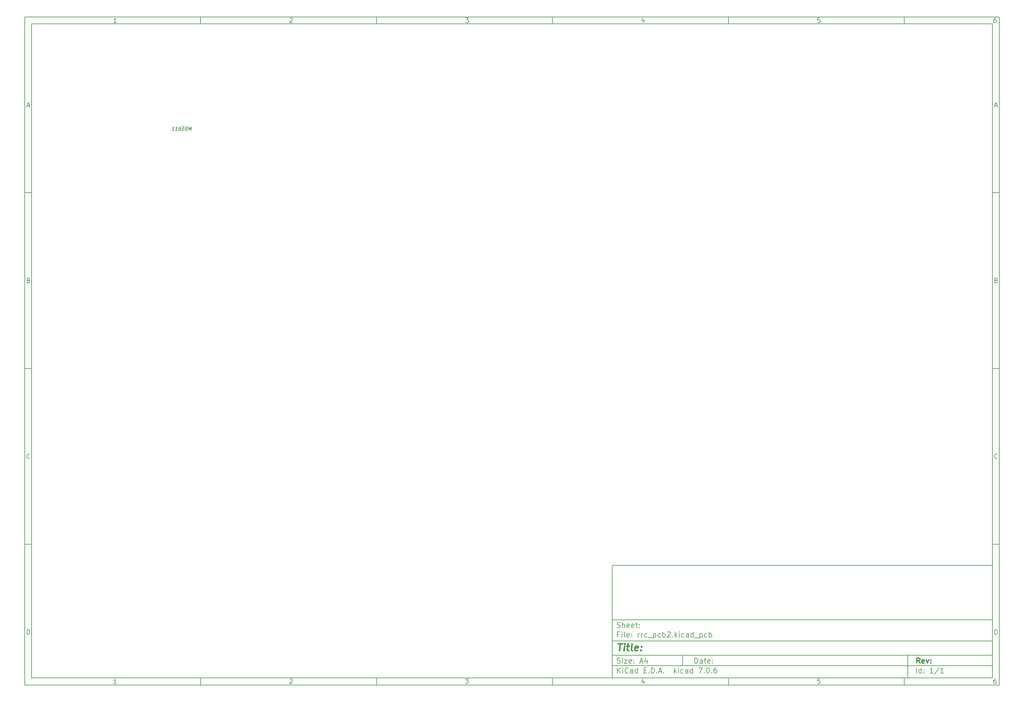
<source format=gbr>
%TF.GenerationSoftware,KiCad,Pcbnew,7.0.6*%
%TF.CreationDate,2023-08-10T16:49:52-04:00*%
%TF.ProjectId,rrc_pcb2,7272635f-7063-4623-922e-6b696361645f,rev?*%
%TF.SameCoordinates,Original*%
%TF.FileFunction,AssemblyDrawing,Bot*%
%FSLAX46Y46*%
G04 Gerber Fmt 4.6, Leading zero omitted, Abs format (unit mm)*
G04 Created by KiCad (PCBNEW 7.0.6) date 2023-08-10 16:49:52*
%MOMM*%
%LPD*%
G01*
G04 APERTURE LIST*
%ADD10C,0.100000*%
%ADD11C,0.150000*%
%ADD12C,0.300000*%
%ADD13C,0.400000*%
G04 APERTURE END LIST*
D10*
D11*
X177002200Y-166007200D02*
X285002200Y-166007200D01*
X285002200Y-198007200D01*
X177002200Y-198007200D01*
X177002200Y-166007200D01*
D10*
D11*
X10000000Y-10000000D02*
X287002200Y-10000000D01*
X287002200Y-200007200D01*
X10000000Y-200007200D01*
X10000000Y-10000000D01*
D10*
D11*
X12000000Y-12000000D02*
X285002200Y-12000000D01*
X285002200Y-198007200D01*
X12000000Y-198007200D01*
X12000000Y-12000000D01*
D10*
D11*
X60000000Y-12000000D02*
X60000000Y-10000000D01*
D10*
D11*
X110000000Y-12000000D02*
X110000000Y-10000000D01*
D10*
D11*
X160000000Y-12000000D02*
X160000000Y-10000000D01*
D10*
D11*
X210000000Y-12000000D02*
X210000000Y-10000000D01*
D10*
D11*
X260000000Y-12000000D02*
X260000000Y-10000000D01*
D10*
D11*
X36089160Y-11593604D02*
X35346303Y-11593604D01*
X35717731Y-11593604D02*
X35717731Y-10293604D01*
X35717731Y-10293604D02*
X35593922Y-10479319D01*
X35593922Y-10479319D02*
X35470112Y-10603128D01*
X35470112Y-10603128D02*
X35346303Y-10665033D01*
D10*
D11*
X85346303Y-10417414D02*
X85408207Y-10355509D01*
X85408207Y-10355509D02*
X85532017Y-10293604D01*
X85532017Y-10293604D02*
X85841541Y-10293604D01*
X85841541Y-10293604D02*
X85965350Y-10355509D01*
X85965350Y-10355509D02*
X86027255Y-10417414D01*
X86027255Y-10417414D02*
X86089160Y-10541223D01*
X86089160Y-10541223D02*
X86089160Y-10665033D01*
X86089160Y-10665033D02*
X86027255Y-10850747D01*
X86027255Y-10850747D02*
X85284398Y-11593604D01*
X85284398Y-11593604D02*
X86089160Y-11593604D01*
D10*
D11*
X135284398Y-10293604D02*
X136089160Y-10293604D01*
X136089160Y-10293604D02*
X135655826Y-10788842D01*
X135655826Y-10788842D02*
X135841541Y-10788842D01*
X135841541Y-10788842D02*
X135965350Y-10850747D01*
X135965350Y-10850747D02*
X136027255Y-10912652D01*
X136027255Y-10912652D02*
X136089160Y-11036461D01*
X136089160Y-11036461D02*
X136089160Y-11345985D01*
X136089160Y-11345985D02*
X136027255Y-11469795D01*
X136027255Y-11469795D02*
X135965350Y-11531700D01*
X135965350Y-11531700D02*
X135841541Y-11593604D01*
X135841541Y-11593604D02*
X135470112Y-11593604D01*
X135470112Y-11593604D02*
X135346303Y-11531700D01*
X135346303Y-11531700D02*
X135284398Y-11469795D01*
D10*
D11*
X185965350Y-10726938D02*
X185965350Y-11593604D01*
X185655826Y-10231700D02*
X185346303Y-11160271D01*
X185346303Y-11160271D02*
X186151064Y-11160271D01*
D10*
D11*
X236027255Y-10293604D02*
X235408207Y-10293604D01*
X235408207Y-10293604D02*
X235346303Y-10912652D01*
X235346303Y-10912652D02*
X235408207Y-10850747D01*
X235408207Y-10850747D02*
X235532017Y-10788842D01*
X235532017Y-10788842D02*
X235841541Y-10788842D01*
X235841541Y-10788842D02*
X235965350Y-10850747D01*
X235965350Y-10850747D02*
X236027255Y-10912652D01*
X236027255Y-10912652D02*
X236089160Y-11036461D01*
X236089160Y-11036461D02*
X236089160Y-11345985D01*
X236089160Y-11345985D02*
X236027255Y-11469795D01*
X236027255Y-11469795D02*
X235965350Y-11531700D01*
X235965350Y-11531700D02*
X235841541Y-11593604D01*
X235841541Y-11593604D02*
X235532017Y-11593604D01*
X235532017Y-11593604D02*
X235408207Y-11531700D01*
X235408207Y-11531700D02*
X235346303Y-11469795D01*
D10*
D11*
X285965350Y-10293604D02*
X285717731Y-10293604D01*
X285717731Y-10293604D02*
X285593922Y-10355509D01*
X285593922Y-10355509D02*
X285532017Y-10417414D01*
X285532017Y-10417414D02*
X285408207Y-10603128D01*
X285408207Y-10603128D02*
X285346303Y-10850747D01*
X285346303Y-10850747D02*
X285346303Y-11345985D01*
X285346303Y-11345985D02*
X285408207Y-11469795D01*
X285408207Y-11469795D02*
X285470112Y-11531700D01*
X285470112Y-11531700D02*
X285593922Y-11593604D01*
X285593922Y-11593604D02*
X285841541Y-11593604D01*
X285841541Y-11593604D02*
X285965350Y-11531700D01*
X285965350Y-11531700D02*
X286027255Y-11469795D01*
X286027255Y-11469795D02*
X286089160Y-11345985D01*
X286089160Y-11345985D02*
X286089160Y-11036461D01*
X286089160Y-11036461D02*
X286027255Y-10912652D01*
X286027255Y-10912652D02*
X285965350Y-10850747D01*
X285965350Y-10850747D02*
X285841541Y-10788842D01*
X285841541Y-10788842D02*
X285593922Y-10788842D01*
X285593922Y-10788842D02*
X285470112Y-10850747D01*
X285470112Y-10850747D02*
X285408207Y-10912652D01*
X285408207Y-10912652D02*
X285346303Y-11036461D01*
D10*
D11*
X60000000Y-198007200D02*
X60000000Y-200007200D01*
D10*
D11*
X110000000Y-198007200D02*
X110000000Y-200007200D01*
D10*
D11*
X160000000Y-198007200D02*
X160000000Y-200007200D01*
D10*
D11*
X210000000Y-198007200D02*
X210000000Y-200007200D01*
D10*
D11*
X260000000Y-198007200D02*
X260000000Y-200007200D01*
D10*
D11*
X36089160Y-199600804D02*
X35346303Y-199600804D01*
X35717731Y-199600804D02*
X35717731Y-198300804D01*
X35717731Y-198300804D02*
X35593922Y-198486519D01*
X35593922Y-198486519D02*
X35470112Y-198610328D01*
X35470112Y-198610328D02*
X35346303Y-198672233D01*
D10*
D11*
X85346303Y-198424614D02*
X85408207Y-198362709D01*
X85408207Y-198362709D02*
X85532017Y-198300804D01*
X85532017Y-198300804D02*
X85841541Y-198300804D01*
X85841541Y-198300804D02*
X85965350Y-198362709D01*
X85965350Y-198362709D02*
X86027255Y-198424614D01*
X86027255Y-198424614D02*
X86089160Y-198548423D01*
X86089160Y-198548423D02*
X86089160Y-198672233D01*
X86089160Y-198672233D02*
X86027255Y-198857947D01*
X86027255Y-198857947D02*
X85284398Y-199600804D01*
X85284398Y-199600804D02*
X86089160Y-199600804D01*
D10*
D11*
X135284398Y-198300804D02*
X136089160Y-198300804D01*
X136089160Y-198300804D02*
X135655826Y-198796042D01*
X135655826Y-198796042D02*
X135841541Y-198796042D01*
X135841541Y-198796042D02*
X135965350Y-198857947D01*
X135965350Y-198857947D02*
X136027255Y-198919852D01*
X136027255Y-198919852D02*
X136089160Y-199043661D01*
X136089160Y-199043661D02*
X136089160Y-199353185D01*
X136089160Y-199353185D02*
X136027255Y-199476995D01*
X136027255Y-199476995D02*
X135965350Y-199538900D01*
X135965350Y-199538900D02*
X135841541Y-199600804D01*
X135841541Y-199600804D02*
X135470112Y-199600804D01*
X135470112Y-199600804D02*
X135346303Y-199538900D01*
X135346303Y-199538900D02*
X135284398Y-199476995D01*
D10*
D11*
X185965350Y-198734138D02*
X185965350Y-199600804D01*
X185655826Y-198238900D02*
X185346303Y-199167471D01*
X185346303Y-199167471D02*
X186151064Y-199167471D01*
D10*
D11*
X236027255Y-198300804D02*
X235408207Y-198300804D01*
X235408207Y-198300804D02*
X235346303Y-198919852D01*
X235346303Y-198919852D02*
X235408207Y-198857947D01*
X235408207Y-198857947D02*
X235532017Y-198796042D01*
X235532017Y-198796042D02*
X235841541Y-198796042D01*
X235841541Y-198796042D02*
X235965350Y-198857947D01*
X235965350Y-198857947D02*
X236027255Y-198919852D01*
X236027255Y-198919852D02*
X236089160Y-199043661D01*
X236089160Y-199043661D02*
X236089160Y-199353185D01*
X236089160Y-199353185D02*
X236027255Y-199476995D01*
X236027255Y-199476995D02*
X235965350Y-199538900D01*
X235965350Y-199538900D02*
X235841541Y-199600804D01*
X235841541Y-199600804D02*
X235532017Y-199600804D01*
X235532017Y-199600804D02*
X235408207Y-199538900D01*
X235408207Y-199538900D02*
X235346303Y-199476995D01*
D10*
D11*
X285965350Y-198300804D02*
X285717731Y-198300804D01*
X285717731Y-198300804D02*
X285593922Y-198362709D01*
X285593922Y-198362709D02*
X285532017Y-198424614D01*
X285532017Y-198424614D02*
X285408207Y-198610328D01*
X285408207Y-198610328D02*
X285346303Y-198857947D01*
X285346303Y-198857947D02*
X285346303Y-199353185D01*
X285346303Y-199353185D02*
X285408207Y-199476995D01*
X285408207Y-199476995D02*
X285470112Y-199538900D01*
X285470112Y-199538900D02*
X285593922Y-199600804D01*
X285593922Y-199600804D02*
X285841541Y-199600804D01*
X285841541Y-199600804D02*
X285965350Y-199538900D01*
X285965350Y-199538900D02*
X286027255Y-199476995D01*
X286027255Y-199476995D02*
X286089160Y-199353185D01*
X286089160Y-199353185D02*
X286089160Y-199043661D01*
X286089160Y-199043661D02*
X286027255Y-198919852D01*
X286027255Y-198919852D02*
X285965350Y-198857947D01*
X285965350Y-198857947D02*
X285841541Y-198796042D01*
X285841541Y-198796042D02*
X285593922Y-198796042D01*
X285593922Y-198796042D02*
X285470112Y-198857947D01*
X285470112Y-198857947D02*
X285408207Y-198919852D01*
X285408207Y-198919852D02*
X285346303Y-199043661D01*
D10*
D11*
X10000000Y-60000000D02*
X12000000Y-60000000D01*
D10*
D11*
X10000000Y-110000000D02*
X12000000Y-110000000D01*
D10*
D11*
X10000000Y-160000000D02*
X12000000Y-160000000D01*
D10*
D11*
X10690476Y-35222176D02*
X11309523Y-35222176D01*
X10566666Y-35593604D02*
X10999999Y-34293604D01*
X10999999Y-34293604D02*
X11433333Y-35593604D01*
D10*
D11*
X11092857Y-84912652D02*
X11278571Y-84974557D01*
X11278571Y-84974557D02*
X11340476Y-85036461D01*
X11340476Y-85036461D02*
X11402380Y-85160271D01*
X11402380Y-85160271D02*
X11402380Y-85345985D01*
X11402380Y-85345985D02*
X11340476Y-85469795D01*
X11340476Y-85469795D02*
X11278571Y-85531700D01*
X11278571Y-85531700D02*
X11154761Y-85593604D01*
X11154761Y-85593604D02*
X10659523Y-85593604D01*
X10659523Y-85593604D02*
X10659523Y-84293604D01*
X10659523Y-84293604D02*
X11092857Y-84293604D01*
X11092857Y-84293604D02*
X11216666Y-84355509D01*
X11216666Y-84355509D02*
X11278571Y-84417414D01*
X11278571Y-84417414D02*
X11340476Y-84541223D01*
X11340476Y-84541223D02*
X11340476Y-84665033D01*
X11340476Y-84665033D02*
X11278571Y-84788842D01*
X11278571Y-84788842D02*
X11216666Y-84850747D01*
X11216666Y-84850747D02*
X11092857Y-84912652D01*
X11092857Y-84912652D02*
X10659523Y-84912652D01*
D10*
D11*
X11402380Y-135469795D02*
X11340476Y-135531700D01*
X11340476Y-135531700D02*
X11154761Y-135593604D01*
X11154761Y-135593604D02*
X11030952Y-135593604D01*
X11030952Y-135593604D02*
X10845238Y-135531700D01*
X10845238Y-135531700D02*
X10721428Y-135407890D01*
X10721428Y-135407890D02*
X10659523Y-135284080D01*
X10659523Y-135284080D02*
X10597619Y-135036461D01*
X10597619Y-135036461D02*
X10597619Y-134850747D01*
X10597619Y-134850747D02*
X10659523Y-134603128D01*
X10659523Y-134603128D02*
X10721428Y-134479319D01*
X10721428Y-134479319D02*
X10845238Y-134355509D01*
X10845238Y-134355509D02*
X11030952Y-134293604D01*
X11030952Y-134293604D02*
X11154761Y-134293604D01*
X11154761Y-134293604D02*
X11340476Y-134355509D01*
X11340476Y-134355509D02*
X11402380Y-134417414D01*
D10*
D11*
X10659523Y-185593604D02*
X10659523Y-184293604D01*
X10659523Y-184293604D02*
X10969047Y-184293604D01*
X10969047Y-184293604D02*
X11154761Y-184355509D01*
X11154761Y-184355509D02*
X11278571Y-184479319D01*
X11278571Y-184479319D02*
X11340476Y-184603128D01*
X11340476Y-184603128D02*
X11402380Y-184850747D01*
X11402380Y-184850747D02*
X11402380Y-185036461D01*
X11402380Y-185036461D02*
X11340476Y-185284080D01*
X11340476Y-185284080D02*
X11278571Y-185407890D01*
X11278571Y-185407890D02*
X11154761Y-185531700D01*
X11154761Y-185531700D02*
X10969047Y-185593604D01*
X10969047Y-185593604D02*
X10659523Y-185593604D01*
D10*
D11*
X287002200Y-60000000D02*
X285002200Y-60000000D01*
D10*
D11*
X287002200Y-110000000D02*
X285002200Y-110000000D01*
D10*
D11*
X287002200Y-160000000D02*
X285002200Y-160000000D01*
D10*
D11*
X285692676Y-35222176D02*
X286311723Y-35222176D01*
X285568866Y-35593604D02*
X286002199Y-34293604D01*
X286002199Y-34293604D02*
X286435533Y-35593604D01*
D10*
D11*
X286095057Y-84912652D02*
X286280771Y-84974557D01*
X286280771Y-84974557D02*
X286342676Y-85036461D01*
X286342676Y-85036461D02*
X286404580Y-85160271D01*
X286404580Y-85160271D02*
X286404580Y-85345985D01*
X286404580Y-85345985D02*
X286342676Y-85469795D01*
X286342676Y-85469795D02*
X286280771Y-85531700D01*
X286280771Y-85531700D02*
X286156961Y-85593604D01*
X286156961Y-85593604D02*
X285661723Y-85593604D01*
X285661723Y-85593604D02*
X285661723Y-84293604D01*
X285661723Y-84293604D02*
X286095057Y-84293604D01*
X286095057Y-84293604D02*
X286218866Y-84355509D01*
X286218866Y-84355509D02*
X286280771Y-84417414D01*
X286280771Y-84417414D02*
X286342676Y-84541223D01*
X286342676Y-84541223D02*
X286342676Y-84665033D01*
X286342676Y-84665033D02*
X286280771Y-84788842D01*
X286280771Y-84788842D02*
X286218866Y-84850747D01*
X286218866Y-84850747D02*
X286095057Y-84912652D01*
X286095057Y-84912652D02*
X285661723Y-84912652D01*
D10*
D11*
X286404580Y-135469795D02*
X286342676Y-135531700D01*
X286342676Y-135531700D02*
X286156961Y-135593604D01*
X286156961Y-135593604D02*
X286033152Y-135593604D01*
X286033152Y-135593604D02*
X285847438Y-135531700D01*
X285847438Y-135531700D02*
X285723628Y-135407890D01*
X285723628Y-135407890D02*
X285661723Y-135284080D01*
X285661723Y-135284080D02*
X285599819Y-135036461D01*
X285599819Y-135036461D02*
X285599819Y-134850747D01*
X285599819Y-134850747D02*
X285661723Y-134603128D01*
X285661723Y-134603128D02*
X285723628Y-134479319D01*
X285723628Y-134479319D02*
X285847438Y-134355509D01*
X285847438Y-134355509D02*
X286033152Y-134293604D01*
X286033152Y-134293604D02*
X286156961Y-134293604D01*
X286156961Y-134293604D02*
X286342676Y-134355509D01*
X286342676Y-134355509D02*
X286404580Y-134417414D01*
D10*
D11*
X285661723Y-185593604D02*
X285661723Y-184293604D01*
X285661723Y-184293604D02*
X285971247Y-184293604D01*
X285971247Y-184293604D02*
X286156961Y-184355509D01*
X286156961Y-184355509D02*
X286280771Y-184479319D01*
X286280771Y-184479319D02*
X286342676Y-184603128D01*
X286342676Y-184603128D02*
X286404580Y-184850747D01*
X286404580Y-184850747D02*
X286404580Y-185036461D01*
X286404580Y-185036461D02*
X286342676Y-185284080D01*
X286342676Y-185284080D02*
X286280771Y-185407890D01*
X286280771Y-185407890D02*
X286156961Y-185531700D01*
X286156961Y-185531700D02*
X285971247Y-185593604D01*
X285971247Y-185593604D02*
X285661723Y-185593604D01*
D10*
D11*
X200458026Y-193793328D02*
X200458026Y-192293328D01*
X200458026Y-192293328D02*
X200815169Y-192293328D01*
X200815169Y-192293328D02*
X201029455Y-192364757D01*
X201029455Y-192364757D02*
X201172312Y-192507614D01*
X201172312Y-192507614D02*
X201243741Y-192650471D01*
X201243741Y-192650471D02*
X201315169Y-192936185D01*
X201315169Y-192936185D02*
X201315169Y-193150471D01*
X201315169Y-193150471D02*
X201243741Y-193436185D01*
X201243741Y-193436185D02*
X201172312Y-193579042D01*
X201172312Y-193579042D02*
X201029455Y-193721900D01*
X201029455Y-193721900D02*
X200815169Y-193793328D01*
X200815169Y-193793328D02*
X200458026Y-193793328D01*
X202600884Y-193793328D02*
X202600884Y-193007614D01*
X202600884Y-193007614D02*
X202529455Y-192864757D01*
X202529455Y-192864757D02*
X202386598Y-192793328D01*
X202386598Y-192793328D02*
X202100884Y-192793328D01*
X202100884Y-192793328D02*
X201958026Y-192864757D01*
X202600884Y-193721900D02*
X202458026Y-193793328D01*
X202458026Y-193793328D02*
X202100884Y-193793328D01*
X202100884Y-193793328D02*
X201958026Y-193721900D01*
X201958026Y-193721900D02*
X201886598Y-193579042D01*
X201886598Y-193579042D02*
X201886598Y-193436185D01*
X201886598Y-193436185D02*
X201958026Y-193293328D01*
X201958026Y-193293328D02*
X202100884Y-193221900D01*
X202100884Y-193221900D02*
X202458026Y-193221900D01*
X202458026Y-193221900D02*
X202600884Y-193150471D01*
X203100884Y-192793328D02*
X203672312Y-192793328D01*
X203315169Y-192293328D02*
X203315169Y-193579042D01*
X203315169Y-193579042D02*
X203386598Y-193721900D01*
X203386598Y-193721900D02*
X203529455Y-193793328D01*
X203529455Y-193793328D02*
X203672312Y-193793328D01*
X204743741Y-193721900D02*
X204600884Y-193793328D01*
X204600884Y-193793328D02*
X204315170Y-193793328D01*
X204315170Y-193793328D02*
X204172312Y-193721900D01*
X204172312Y-193721900D02*
X204100884Y-193579042D01*
X204100884Y-193579042D02*
X204100884Y-193007614D01*
X204100884Y-193007614D02*
X204172312Y-192864757D01*
X204172312Y-192864757D02*
X204315170Y-192793328D01*
X204315170Y-192793328D02*
X204600884Y-192793328D01*
X204600884Y-192793328D02*
X204743741Y-192864757D01*
X204743741Y-192864757D02*
X204815170Y-193007614D01*
X204815170Y-193007614D02*
X204815170Y-193150471D01*
X204815170Y-193150471D02*
X204100884Y-193293328D01*
X205458026Y-193650471D02*
X205529455Y-193721900D01*
X205529455Y-193721900D02*
X205458026Y-193793328D01*
X205458026Y-193793328D02*
X205386598Y-193721900D01*
X205386598Y-193721900D02*
X205458026Y-193650471D01*
X205458026Y-193650471D02*
X205458026Y-193793328D01*
X205458026Y-192864757D02*
X205529455Y-192936185D01*
X205529455Y-192936185D02*
X205458026Y-193007614D01*
X205458026Y-193007614D02*
X205386598Y-192936185D01*
X205386598Y-192936185D02*
X205458026Y-192864757D01*
X205458026Y-192864757D02*
X205458026Y-193007614D01*
D10*
D11*
X177002200Y-194507200D02*
X285002200Y-194507200D01*
D10*
D11*
X178458026Y-196593328D02*
X178458026Y-195093328D01*
X179315169Y-196593328D02*
X178672312Y-195736185D01*
X179315169Y-195093328D02*
X178458026Y-195950471D01*
X179958026Y-196593328D02*
X179958026Y-195593328D01*
X179958026Y-195093328D02*
X179886598Y-195164757D01*
X179886598Y-195164757D02*
X179958026Y-195236185D01*
X179958026Y-195236185D02*
X180029455Y-195164757D01*
X180029455Y-195164757D02*
X179958026Y-195093328D01*
X179958026Y-195093328D02*
X179958026Y-195236185D01*
X181529455Y-196450471D02*
X181458027Y-196521900D01*
X181458027Y-196521900D02*
X181243741Y-196593328D01*
X181243741Y-196593328D02*
X181100884Y-196593328D01*
X181100884Y-196593328D02*
X180886598Y-196521900D01*
X180886598Y-196521900D02*
X180743741Y-196379042D01*
X180743741Y-196379042D02*
X180672312Y-196236185D01*
X180672312Y-196236185D02*
X180600884Y-195950471D01*
X180600884Y-195950471D02*
X180600884Y-195736185D01*
X180600884Y-195736185D02*
X180672312Y-195450471D01*
X180672312Y-195450471D02*
X180743741Y-195307614D01*
X180743741Y-195307614D02*
X180886598Y-195164757D01*
X180886598Y-195164757D02*
X181100884Y-195093328D01*
X181100884Y-195093328D02*
X181243741Y-195093328D01*
X181243741Y-195093328D02*
X181458027Y-195164757D01*
X181458027Y-195164757D02*
X181529455Y-195236185D01*
X182815170Y-196593328D02*
X182815170Y-195807614D01*
X182815170Y-195807614D02*
X182743741Y-195664757D01*
X182743741Y-195664757D02*
X182600884Y-195593328D01*
X182600884Y-195593328D02*
X182315170Y-195593328D01*
X182315170Y-195593328D02*
X182172312Y-195664757D01*
X182815170Y-196521900D02*
X182672312Y-196593328D01*
X182672312Y-196593328D02*
X182315170Y-196593328D01*
X182315170Y-196593328D02*
X182172312Y-196521900D01*
X182172312Y-196521900D02*
X182100884Y-196379042D01*
X182100884Y-196379042D02*
X182100884Y-196236185D01*
X182100884Y-196236185D02*
X182172312Y-196093328D01*
X182172312Y-196093328D02*
X182315170Y-196021900D01*
X182315170Y-196021900D02*
X182672312Y-196021900D01*
X182672312Y-196021900D02*
X182815170Y-195950471D01*
X184172313Y-196593328D02*
X184172313Y-195093328D01*
X184172313Y-196521900D02*
X184029455Y-196593328D01*
X184029455Y-196593328D02*
X183743741Y-196593328D01*
X183743741Y-196593328D02*
X183600884Y-196521900D01*
X183600884Y-196521900D02*
X183529455Y-196450471D01*
X183529455Y-196450471D02*
X183458027Y-196307614D01*
X183458027Y-196307614D02*
X183458027Y-195879042D01*
X183458027Y-195879042D02*
X183529455Y-195736185D01*
X183529455Y-195736185D02*
X183600884Y-195664757D01*
X183600884Y-195664757D02*
X183743741Y-195593328D01*
X183743741Y-195593328D02*
X184029455Y-195593328D01*
X184029455Y-195593328D02*
X184172313Y-195664757D01*
X186029455Y-195807614D02*
X186529455Y-195807614D01*
X186743741Y-196593328D02*
X186029455Y-196593328D01*
X186029455Y-196593328D02*
X186029455Y-195093328D01*
X186029455Y-195093328D02*
X186743741Y-195093328D01*
X187386598Y-196450471D02*
X187458027Y-196521900D01*
X187458027Y-196521900D02*
X187386598Y-196593328D01*
X187386598Y-196593328D02*
X187315170Y-196521900D01*
X187315170Y-196521900D02*
X187386598Y-196450471D01*
X187386598Y-196450471D02*
X187386598Y-196593328D01*
X188100884Y-196593328D02*
X188100884Y-195093328D01*
X188100884Y-195093328D02*
X188458027Y-195093328D01*
X188458027Y-195093328D02*
X188672313Y-195164757D01*
X188672313Y-195164757D02*
X188815170Y-195307614D01*
X188815170Y-195307614D02*
X188886599Y-195450471D01*
X188886599Y-195450471D02*
X188958027Y-195736185D01*
X188958027Y-195736185D02*
X188958027Y-195950471D01*
X188958027Y-195950471D02*
X188886599Y-196236185D01*
X188886599Y-196236185D02*
X188815170Y-196379042D01*
X188815170Y-196379042D02*
X188672313Y-196521900D01*
X188672313Y-196521900D02*
X188458027Y-196593328D01*
X188458027Y-196593328D02*
X188100884Y-196593328D01*
X189600884Y-196450471D02*
X189672313Y-196521900D01*
X189672313Y-196521900D02*
X189600884Y-196593328D01*
X189600884Y-196593328D02*
X189529456Y-196521900D01*
X189529456Y-196521900D02*
X189600884Y-196450471D01*
X189600884Y-196450471D02*
X189600884Y-196593328D01*
X190243742Y-196164757D02*
X190958028Y-196164757D01*
X190100885Y-196593328D02*
X190600885Y-195093328D01*
X190600885Y-195093328D02*
X191100885Y-196593328D01*
X191600884Y-196450471D02*
X191672313Y-196521900D01*
X191672313Y-196521900D02*
X191600884Y-196593328D01*
X191600884Y-196593328D02*
X191529456Y-196521900D01*
X191529456Y-196521900D02*
X191600884Y-196450471D01*
X191600884Y-196450471D02*
X191600884Y-196593328D01*
X194600884Y-196593328D02*
X194600884Y-195093328D01*
X194743742Y-196021900D02*
X195172313Y-196593328D01*
X195172313Y-195593328D02*
X194600884Y-196164757D01*
X195815170Y-196593328D02*
X195815170Y-195593328D01*
X195815170Y-195093328D02*
X195743742Y-195164757D01*
X195743742Y-195164757D02*
X195815170Y-195236185D01*
X195815170Y-195236185D02*
X195886599Y-195164757D01*
X195886599Y-195164757D02*
X195815170Y-195093328D01*
X195815170Y-195093328D02*
X195815170Y-195236185D01*
X197172314Y-196521900D02*
X197029456Y-196593328D01*
X197029456Y-196593328D02*
X196743742Y-196593328D01*
X196743742Y-196593328D02*
X196600885Y-196521900D01*
X196600885Y-196521900D02*
X196529456Y-196450471D01*
X196529456Y-196450471D02*
X196458028Y-196307614D01*
X196458028Y-196307614D02*
X196458028Y-195879042D01*
X196458028Y-195879042D02*
X196529456Y-195736185D01*
X196529456Y-195736185D02*
X196600885Y-195664757D01*
X196600885Y-195664757D02*
X196743742Y-195593328D01*
X196743742Y-195593328D02*
X197029456Y-195593328D01*
X197029456Y-195593328D02*
X197172314Y-195664757D01*
X198458028Y-196593328D02*
X198458028Y-195807614D01*
X198458028Y-195807614D02*
X198386599Y-195664757D01*
X198386599Y-195664757D02*
X198243742Y-195593328D01*
X198243742Y-195593328D02*
X197958028Y-195593328D01*
X197958028Y-195593328D02*
X197815170Y-195664757D01*
X198458028Y-196521900D02*
X198315170Y-196593328D01*
X198315170Y-196593328D02*
X197958028Y-196593328D01*
X197958028Y-196593328D02*
X197815170Y-196521900D01*
X197815170Y-196521900D02*
X197743742Y-196379042D01*
X197743742Y-196379042D02*
X197743742Y-196236185D01*
X197743742Y-196236185D02*
X197815170Y-196093328D01*
X197815170Y-196093328D02*
X197958028Y-196021900D01*
X197958028Y-196021900D02*
X198315170Y-196021900D01*
X198315170Y-196021900D02*
X198458028Y-195950471D01*
X199815171Y-196593328D02*
X199815171Y-195093328D01*
X199815171Y-196521900D02*
X199672313Y-196593328D01*
X199672313Y-196593328D02*
X199386599Y-196593328D01*
X199386599Y-196593328D02*
X199243742Y-196521900D01*
X199243742Y-196521900D02*
X199172313Y-196450471D01*
X199172313Y-196450471D02*
X199100885Y-196307614D01*
X199100885Y-196307614D02*
X199100885Y-195879042D01*
X199100885Y-195879042D02*
X199172313Y-195736185D01*
X199172313Y-195736185D02*
X199243742Y-195664757D01*
X199243742Y-195664757D02*
X199386599Y-195593328D01*
X199386599Y-195593328D02*
X199672313Y-195593328D01*
X199672313Y-195593328D02*
X199815171Y-195664757D01*
X201529456Y-195093328D02*
X202529456Y-195093328D01*
X202529456Y-195093328D02*
X201886599Y-196593328D01*
X203100884Y-196450471D02*
X203172313Y-196521900D01*
X203172313Y-196521900D02*
X203100884Y-196593328D01*
X203100884Y-196593328D02*
X203029456Y-196521900D01*
X203029456Y-196521900D02*
X203100884Y-196450471D01*
X203100884Y-196450471D02*
X203100884Y-196593328D01*
X204100885Y-195093328D02*
X204243742Y-195093328D01*
X204243742Y-195093328D02*
X204386599Y-195164757D01*
X204386599Y-195164757D02*
X204458028Y-195236185D01*
X204458028Y-195236185D02*
X204529456Y-195379042D01*
X204529456Y-195379042D02*
X204600885Y-195664757D01*
X204600885Y-195664757D02*
X204600885Y-196021900D01*
X204600885Y-196021900D02*
X204529456Y-196307614D01*
X204529456Y-196307614D02*
X204458028Y-196450471D01*
X204458028Y-196450471D02*
X204386599Y-196521900D01*
X204386599Y-196521900D02*
X204243742Y-196593328D01*
X204243742Y-196593328D02*
X204100885Y-196593328D01*
X204100885Y-196593328D02*
X203958028Y-196521900D01*
X203958028Y-196521900D02*
X203886599Y-196450471D01*
X203886599Y-196450471D02*
X203815170Y-196307614D01*
X203815170Y-196307614D02*
X203743742Y-196021900D01*
X203743742Y-196021900D02*
X203743742Y-195664757D01*
X203743742Y-195664757D02*
X203815170Y-195379042D01*
X203815170Y-195379042D02*
X203886599Y-195236185D01*
X203886599Y-195236185D02*
X203958028Y-195164757D01*
X203958028Y-195164757D02*
X204100885Y-195093328D01*
X205243741Y-196450471D02*
X205315170Y-196521900D01*
X205315170Y-196521900D02*
X205243741Y-196593328D01*
X205243741Y-196593328D02*
X205172313Y-196521900D01*
X205172313Y-196521900D02*
X205243741Y-196450471D01*
X205243741Y-196450471D02*
X205243741Y-196593328D01*
X206600885Y-195093328D02*
X206315170Y-195093328D01*
X206315170Y-195093328D02*
X206172313Y-195164757D01*
X206172313Y-195164757D02*
X206100885Y-195236185D01*
X206100885Y-195236185D02*
X205958027Y-195450471D01*
X205958027Y-195450471D02*
X205886599Y-195736185D01*
X205886599Y-195736185D02*
X205886599Y-196307614D01*
X205886599Y-196307614D02*
X205958027Y-196450471D01*
X205958027Y-196450471D02*
X206029456Y-196521900D01*
X206029456Y-196521900D02*
X206172313Y-196593328D01*
X206172313Y-196593328D02*
X206458027Y-196593328D01*
X206458027Y-196593328D02*
X206600885Y-196521900D01*
X206600885Y-196521900D02*
X206672313Y-196450471D01*
X206672313Y-196450471D02*
X206743742Y-196307614D01*
X206743742Y-196307614D02*
X206743742Y-195950471D01*
X206743742Y-195950471D02*
X206672313Y-195807614D01*
X206672313Y-195807614D02*
X206600885Y-195736185D01*
X206600885Y-195736185D02*
X206458027Y-195664757D01*
X206458027Y-195664757D02*
X206172313Y-195664757D01*
X206172313Y-195664757D02*
X206029456Y-195736185D01*
X206029456Y-195736185D02*
X205958027Y-195807614D01*
X205958027Y-195807614D02*
X205886599Y-195950471D01*
D10*
D11*
X177002200Y-191507200D02*
X285002200Y-191507200D01*
D10*
D12*
X264413853Y-193785528D02*
X263913853Y-193071242D01*
X263556710Y-193785528D02*
X263556710Y-192285528D01*
X263556710Y-192285528D02*
X264128139Y-192285528D01*
X264128139Y-192285528D02*
X264270996Y-192356957D01*
X264270996Y-192356957D02*
X264342425Y-192428385D01*
X264342425Y-192428385D02*
X264413853Y-192571242D01*
X264413853Y-192571242D02*
X264413853Y-192785528D01*
X264413853Y-192785528D02*
X264342425Y-192928385D01*
X264342425Y-192928385D02*
X264270996Y-192999814D01*
X264270996Y-192999814D02*
X264128139Y-193071242D01*
X264128139Y-193071242D02*
X263556710Y-193071242D01*
X265628139Y-193714100D02*
X265485282Y-193785528D01*
X265485282Y-193785528D02*
X265199568Y-193785528D01*
X265199568Y-193785528D02*
X265056710Y-193714100D01*
X265056710Y-193714100D02*
X264985282Y-193571242D01*
X264985282Y-193571242D02*
X264985282Y-192999814D01*
X264985282Y-192999814D02*
X265056710Y-192856957D01*
X265056710Y-192856957D02*
X265199568Y-192785528D01*
X265199568Y-192785528D02*
X265485282Y-192785528D01*
X265485282Y-192785528D02*
X265628139Y-192856957D01*
X265628139Y-192856957D02*
X265699568Y-192999814D01*
X265699568Y-192999814D02*
X265699568Y-193142671D01*
X265699568Y-193142671D02*
X264985282Y-193285528D01*
X266199567Y-192785528D02*
X266556710Y-193785528D01*
X266556710Y-193785528D02*
X266913853Y-192785528D01*
X267485281Y-193642671D02*
X267556710Y-193714100D01*
X267556710Y-193714100D02*
X267485281Y-193785528D01*
X267485281Y-193785528D02*
X267413853Y-193714100D01*
X267413853Y-193714100D02*
X267485281Y-193642671D01*
X267485281Y-193642671D02*
X267485281Y-193785528D01*
X267485281Y-192856957D02*
X267556710Y-192928385D01*
X267556710Y-192928385D02*
X267485281Y-192999814D01*
X267485281Y-192999814D02*
X267413853Y-192928385D01*
X267413853Y-192928385D02*
X267485281Y-192856957D01*
X267485281Y-192856957D02*
X267485281Y-192999814D01*
D10*
D11*
X178386598Y-193721900D02*
X178600884Y-193793328D01*
X178600884Y-193793328D02*
X178958026Y-193793328D01*
X178958026Y-193793328D02*
X179100884Y-193721900D01*
X179100884Y-193721900D02*
X179172312Y-193650471D01*
X179172312Y-193650471D02*
X179243741Y-193507614D01*
X179243741Y-193507614D02*
X179243741Y-193364757D01*
X179243741Y-193364757D02*
X179172312Y-193221900D01*
X179172312Y-193221900D02*
X179100884Y-193150471D01*
X179100884Y-193150471D02*
X178958026Y-193079042D01*
X178958026Y-193079042D02*
X178672312Y-193007614D01*
X178672312Y-193007614D02*
X178529455Y-192936185D01*
X178529455Y-192936185D02*
X178458026Y-192864757D01*
X178458026Y-192864757D02*
X178386598Y-192721900D01*
X178386598Y-192721900D02*
X178386598Y-192579042D01*
X178386598Y-192579042D02*
X178458026Y-192436185D01*
X178458026Y-192436185D02*
X178529455Y-192364757D01*
X178529455Y-192364757D02*
X178672312Y-192293328D01*
X178672312Y-192293328D02*
X179029455Y-192293328D01*
X179029455Y-192293328D02*
X179243741Y-192364757D01*
X179886597Y-193793328D02*
X179886597Y-192793328D01*
X179886597Y-192293328D02*
X179815169Y-192364757D01*
X179815169Y-192364757D02*
X179886597Y-192436185D01*
X179886597Y-192436185D02*
X179958026Y-192364757D01*
X179958026Y-192364757D02*
X179886597Y-192293328D01*
X179886597Y-192293328D02*
X179886597Y-192436185D01*
X180458026Y-192793328D02*
X181243741Y-192793328D01*
X181243741Y-192793328D02*
X180458026Y-193793328D01*
X180458026Y-193793328D02*
X181243741Y-193793328D01*
X182386598Y-193721900D02*
X182243741Y-193793328D01*
X182243741Y-193793328D02*
X181958027Y-193793328D01*
X181958027Y-193793328D02*
X181815169Y-193721900D01*
X181815169Y-193721900D02*
X181743741Y-193579042D01*
X181743741Y-193579042D02*
X181743741Y-193007614D01*
X181743741Y-193007614D02*
X181815169Y-192864757D01*
X181815169Y-192864757D02*
X181958027Y-192793328D01*
X181958027Y-192793328D02*
X182243741Y-192793328D01*
X182243741Y-192793328D02*
X182386598Y-192864757D01*
X182386598Y-192864757D02*
X182458027Y-193007614D01*
X182458027Y-193007614D02*
X182458027Y-193150471D01*
X182458027Y-193150471D02*
X181743741Y-193293328D01*
X183100883Y-193650471D02*
X183172312Y-193721900D01*
X183172312Y-193721900D02*
X183100883Y-193793328D01*
X183100883Y-193793328D02*
X183029455Y-193721900D01*
X183029455Y-193721900D02*
X183100883Y-193650471D01*
X183100883Y-193650471D02*
X183100883Y-193793328D01*
X183100883Y-192864757D02*
X183172312Y-192936185D01*
X183172312Y-192936185D02*
X183100883Y-193007614D01*
X183100883Y-193007614D02*
X183029455Y-192936185D01*
X183029455Y-192936185D02*
X183100883Y-192864757D01*
X183100883Y-192864757D02*
X183100883Y-193007614D01*
X184886598Y-193364757D02*
X185600884Y-193364757D01*
X184743741Y-193793328D02*
X185243741Y-192293328D01*
X185243741Y-192293328D02*
X185743741Y-193793328D01*
X186886598Y-192793328D02*
X186886598Y-193793328D01*
X186529455Y-192221900D02*
X186172312Y-193293328D01*
X186172312Y-193293328D02*
X187100883Y-193293328D01*
D10*
D11*
X263458026Y-196593328D02*
X263458026Y-195093328D01*
X264815170Y-196593328D02*
X264815170Y-195093328D01*
X264815170Y-196521900D02*
X264672312Y-196593328D01*
X264672312Y-196593328D02*
X264386598Y-196593328D01*
X264386598Y-196593328D02*
X264243741Y-196521900D01*
X264243741Y-196521900D02*
X264172312Y-196450471D01*
X264172312Y-196450471D02*
X264100884Y-196307614D01*
X264100884Y-196307614D02*
X264100884Y-195879042D01*
X264100884Y-195879042D02*
X264172312Y-195736185D01*
X264172312Y-195736185D02*
X264243741Y-195664757D01*
X264243741Y-195664757D02*
X264386598Y-195593328D01*
X264386598Y-195593328D02*
X264672312Y-195593328D01*
X264672312Y-195593328D02*
X264815170Y-195664757D01*
X265529455Y-196450471D02*
X265600884Y-196521900D01*
X265600884Y-196521900D02*
X265529455Y-196593328D01*
X265529455Y-196593328D02*
X265458027Y-196521900D01*
X265458027Y-196521900D02*
X265529455Y-196450471D01*
X265529455Y-196450471D02*
X265529455Y-196593328D01*
X265529455Y-195664757D02*
X265600884Y-195736185D01*
X265600884Y-195736185D02*
X265529455Y-195807614D01*
X265529455Y-195807614D02*
X265458027Y-195736185D01*
X265458027Y-195736185D02*
X265529455Y-195664757D01*
X265529455Y-195664757D02*
X265529455Y-195807614D01*
X268172313Y-196593328D02*
X267315170Y-196593328D01*
X267743741Y-196593328D02*
X267743741Y-195093328D01*
X267743741Y-195093328D02*
X267600884Y-195307614D01*
X267600884Y-195307614D02*
X267458027Y-195450471D01*
X267458027Y-195450471D02*
X267315170Y-195521900D01*
X269886598Y-195021900D02*
X268600884Y-196950471D01*
X271172313Y-196593328D02*
X270315170Y-196593328D01*
X270743741Y-196593328D02*
X270743741Y-195093328D01*
X270743741Y-195093328D02*
X270600884Y-195307614D01*
X270600884Y-195307614D02*
X270458027Y-195450471D01*
X270458027Y-195450471D02*
X270315170Y-195521900D01*
D10*
D11*
X177002200Y-187507200D02*
X285002200Y-187507200D01*
D10*
D13*
X178693928Y-188211638D02*
X179836785Y-188211638D01*
X179015357Y-190211638D02*
X179265357Y-188211638D01*
X180253452Y-190211638D02*
X180420119Y-188878304D01*
X180503452Y-188211638D02*
X180396309Y-188306876D01*
X180396309Y-188306876D02*
X180479643Y-188402114D01*
X180479643Y-188402114D02*
X180586786Y-188306876D01*
X180586786Y-188306876D02*
X180503452Y-188211638D01*
X180503452Y-188211638D02*
X180479643Y-188402114D01*
X181086786Y-188878304D02*
X181848690Y-188878304D01*
X181455833Y-188211638D02*
X181241548Y-189925923D01*
X181241548Y-189925923D02*
X181312976Y-190116400D01*
X181312976Y-190116400D02*
X181491548Y-190211638D01*
X181491548Y-190211638D02*
X181682024Y-190211638D01*
X182634405Y-190211638D02*
X182455833Y-190116400D01*
X182455833Y-190116400D02*
X182384405Y-189925923D01*
X182384405Y-189925923D02*
X182598690Y-188211638D01*
X184170119Y-190116400D02*
X183967738Y-190211638D01*
X183967738Y-190211638D02*
X183586785Y-190211638D01*
X183586785Y-190211638D02*
X183408214Y-190116400D01*
X183408214Y-190116400D02*
X183336785Y-189925923D01*
X183336785Y-189925923D02*
X183432024Y-189164019D01*
X183432024Y-189164019D02*
X183551071Y-188973542D01*
X183551071Y-188973542D02*
X183753452Y-188878304D01*
X183753452Y-188878304D02*
X184134404Y-188878304D01*
X184134404Y-188878304D02*
X184312976Y-188973542D01*
X184312976Y-188973542D02*
X184384404Y-189164019D01*
X184384404Y-189164019D02*
X184360595Y-189354495D01*
X184360595Y-189354495D02*
X183384404Y-189544971D01*
X185134405Y-190021161D02*
X185217738Y-190116400D01*
X185217738Y-190116400D02*
X185110595Y-190211638D01*
X185110595Y-190211638D02*
X185027262Y-190116400D01*
X185027262Y-190116400D02*
X185134405Y-190021161D01*
X185134405Y-190021161D02*
X185110595Y-190211638D01*
X185265357Y-188973542D02*
X185348690Y-189068780D01*
X185348690Y-189068780D02*
X185241548Y-189164019D01*
X185241548Y-189164019D02*
X185158214Y-189068780D01*
X185158214Y-189068780D02*
X185265357Y-188973542D01*
X185265357Y-188973542D02*
X185241548Y-189164019D01*
D10*
D11*
X178958026Y-185607614D02*
X178458026Y-185607614D01*
X178458026Y-186393328D02*
X178458026Y-184893328D01*
X178458026Y-184893328D02*
X179172312Y-184893328D01*
X179743740Y-186393328D02*
X179743740Y-185393328D01*
X179743740Y-184893328D02*
X179672312Y-184964757D01*
X179672312Y-184964757D02*
X179743740Y-185036185D01*
X179743740Y-185036185D02*
X179815169Y-184964757D01*
X179815169Y-184964757D02*
X179743740Y-184893328D01*
X179743740Y-184893328D02*
X179743740Y-185036185D01*
X180672312Y-186393328D02*
X180529455Y-186321900D01*
X180529455Y-186321900D02*
X180458026Y-186179042D01*
X180458026Y-186179042D02*
X180458026Y-184893328D01*
X181815169Y-186321900D02*
X181672312Y-186393328D01*
X181672312Y-186393328D02*
X181386598Y-186393328D01*
X181386598Y-186393328D02*
X181243740Y-186321900D01*
X181243740Y-186321900D02*
X181172312Y-186179042D01*
X181172312Y-186179042D02*
X181172312Y-185607614D01*
X181172312Y-185607614D02*
X181243740Y-185464757D01*
X181243740Y-185464757D02*
X181386598Y-185393328D01*
X181386598Y-185393328D02*
X181672312Y-185393328D01*
X181672312Y-185393328D02*
X181815169Y-185464757D01*
X181815169Y-185464757D02*
X181886598Y-185607614D01*
X181886598Y-185607614D02*
X181886598Y-185750471D01*
X181886598Y-185750471D02*
X181172312Y-185893328D01*
X182529454Y-186250471D02*
X182600883Y-186321900D01*
X182600883Y-186321900D02*
X182529454Y-186393328D01*
X182529454Y-186393328D02*
X182458026Y-186321900D01*
X182458026Y-186321900D02*
X182529454Y-186250471D01*
X182529454Y-186250471D02*
X182529454Y-186393328D01*
X182529454Y-185464757D02*
X182600883Y-185536185D01*
X182600883Y-185536185D02*
X182529454Y-185607614D01*
X182529454Y-185607614D02*
X182458026Y-185536185D01*
X182458026Y-185536185D02*
X182529454Y-185464757D01*
X182529454Y-185464757D02*
X182529454Y-185607614D01*
X184386597Y-186393328D02*
X184386597Y-185393328D01*
X184386597Y-185679042D02*
X184458026Y-185536185D01*
X184458026Y-185536185D02*
X184529455Y-185464757D01*
X184529455Y-185464757D02*
X184672312Y-185393328D01*
X184672312Y-185393328D02*
X184815169Y-185393328D01*
X185315168Y-186393328D02*
X185315168Y-185393328D01*
X185315168Y-185679042D02*
X185386597Y-185536185D01*
X185386597Y-185536185D02*
X185458026Y-185464757D01*
X185458026Y-185464757D02*
X185600883Y-185393328D01*
X185600883Y-185393328D02*
X185743740Y-185393328D01*
X186886597Y-186321900D02*
X186743739Y-186393328D01*
X186743739Y-186393328D02*
X186458025Y-186393328D01*
X186458025Y-186393328D02*
X186315168Y-186321900D01*
X186315168Y-186321900D02*
X186243739Y-186250471D01*
X186243739Y-186250471D02*
X186172311Y-186107614D01*
X186172311Y-186107614D02*
X186172311Y-185679042D01*
X186172311Y-185679042D02*
X186243739Y-185536185D01*
X186243739Y-185536185D02*
X186315168Y-185464757D01*
X186315168Y-185464757D02*
X186458025Y-185393328D01*
X186458025Y-185393328D02*
X186743739Y-185393328D01*
X186743739Y-185393328D02*
X186886597Y-185464757D01*
X187172311Y-186536185D02*
X188315168Y-186536185D01*
X188672310Y-185393328D02*
X188672310Y-186893328D01*
X188672310Y-185464757D02*
X188815168Y-185393328D01*
X188815168Y-185393328D02*
X189100882Y-185393328D01*
X189100882Y-185393328D02*
X189243739Y-185464757D01*
X189243739Y-185464757D02*
X189315168Y-185536185D01*
X189315168Y-185536185D02*
X189386596Y-185679042D01*
X189386596Y-185679042D02*
X189386596Y-186107614D01*
X189386596Y-186107614D02*
X189315168Y-186250471D01*
X189315168Y-186250471D02*
X189243739Y-186321900D01*
X189243739Y-186321900D02*
X189100882Y-186393328D01*
X189100882Y-186393328D02*
X188815168Y-186393328D01*
X188815168Y-186393328D02*
X188672310Y-186321900D01*
X190672311Y-186321900D02*
X190529453Y-186393328D01*
X190529453Y-186393328D02*
X190243739Y-186393328D01*
X190243739Y-186393328D02*
X190100882Y-186321900D01*
X190100882Y-186321900D02*
X190029453Y-186250471D01*
X190029453Y-186250471D02*
X189958025Y-186107614D01*
X189958025Y-186107614D02*
X189958025Y-185679042D01*
X189958025Y-185679042D02*
X190029453Y-185536185D01*
X190029453Y-185536185D02*
X190100882Y-185464757D01*
X190100882Y-185464757D02*
X190243739Y-185393328D01*
X190243739Y-185393328D02*
X190529453Y-185393328D01*
X190529453Y-185393328D02*
X190672311Y-185464757D01*
X191315167Y-186393328D02*
X191315167Y-184893328D01*
X191315167Y-185464757D02*
X191458025Y-185393328D01*
X191458025Y-185393328D02*
X191743739Y-185393328D01*
X191743739Y-185393328D02*
X191886596Y-185464757D01*
X191886596Y-185464757D02*
X191958025Y-185536185D01*
X191958025Y-185536185D02*
X192029453Y-185679042D01*
X192029453Y-185679042D02*
X192029453Y-186107614D01*
X192029453Y-186107614D02*
X191958025Y-186250471D01*
X191958025Y-186250471D02*
X191886596Y-186321900D01*
X191886596Y-186321900D02*
X191743739Y-186393328D01*
X191743739Y-186393328D02*
X191458025Y-186393328D01*
X191458025Y-186393328D02*
X191315167Y-186321900D01*
X192600882Y-185036185D02*
X192672310Y-184964757D01*
X192672310Y-184964757D02*
X192815168Y-184893328D01*
X192815168Y-184893328D02*
X193172310Y-184893328D01*
X193172310Y-184893328D02*
X193315168Y-184964757D01*
X193315168Y-184964757D02*
X193386596Y-185036185D01*
X193386596Y-185036185D02*
X193458025Y-185179042D01*
X193458025Y-185179042D02*
X193458025Y-185321900D01*
X193458025Y-185321900D02*
X193386596Y-185536185D01*
X193386596Y-185536185D02*
X192529453Y-186393328D01*
X192529453Y-186393328D02*
X193458025Y-186393328D01*
X194100881Y-186250471D02*
X194172310Y-186321900D01*
X194172310Y-186321900D02*
X194100881Y-186393328D01*
X194100881Y-186393328D02*
X194029453Y-186321900D01*
X194029453Y-186321900D02*
X194100881Y-186250471D01*
X194100881Y-186250471D02*
X194100881Y-186393328D01*
X194815167Y-186393328D02*
X194815167Y-184893328D01*
X194958025Y-185821900D02*
X195386596Y-186393328D01*
X195386596Y-185393328D02*
X194815167Y-185964757D01*
X196029453Y-186393328D02*
X196029453Y-185393328D01*
X196029453Y-184893328D02*
X195958025Y-184964757D01*
X195958025Y-184964757D02*
X196029453Y-185036185D01*
X196029453Y-185036185D02*
X196100882Y-184964757D01*
X196100882Y-184964757D02*
X196029453Y-184893328D01*
X196029453Y-184893328D02*
X196029453Y-185036185D01*
X197386597Y-186321900D02*
X197243739Y-186393328D01*
X197243739Y-186393328D02*
X196958025Y-186393328D01*
X196958025Y-186393328D02*
X196815168Y-186321900D01*
X196815168Y-186321900D02*
X196743739Y-186250471D01*
X196743739Y-186250471D02*
X196672311Y-186107614D01*
X196672311Y-186107614D02*
X196672311Y-185679042D01*
X196672311Y-185679042D02*
X196743739Y-185536185D01*
X196743739Y-185536185D02*
X196815168Y-185464757D01*
X196815168Y-185464757D02*
X196958025Y-185393328D01*
X196958025Y-185393328D02*
X197243739Y-185393328D01*
X197243739Y-185393328D02*
X197386597Y-185464757D01*
X198672311Y-186393328D02*
X198672311Y-185607614D01*
X198672311Y-185607614D02*
X198600882Y-185464757D01*
X198600882Y-185464757D02*
X198458025Y-185393328D01*
X198458025Y-185393328D02*
X198172311Y-185393328D01*
X198172311Y-185393328D02*
X198029453Y-185464757D01*
X198672311Y-186321900D02*
X198529453Y-186393328D01*
X198529453Y-186393328D02*
X198172311Y-186393328D01*
X198172311Y-186393328D02*
X198029453Y-186321900D01*
X198029453Y-186321900D02*
X197958025Y-186179042D01*
X197958025Y-186179042D02*
X197958025Y-186036185D01*
X197958025Y-186036185D02*
X198029453Y-185893328D01*
X198029453Y-185893328D02*
X198172311Y-185821900D01*
X198172311Y-185821900D02*
X198529453Y-185821900D01*
X198529453Y-185821900D02*
X198672311Y-185750471D01*
X200029454Y-186393328D02*
X200029454Y-184893328D01*
X200029454Y-186321900D02*
X199886596Y-186393328D01*
X199886596Y-186393328D02*
X199600882Y-186393328D01*
X199600882Y-186393328D02*
X199458025Y-186321900D01*
X199458025Y-186321900D02*
X199386596Y-186250471D01*
X199386596Y-186250471D02*
X199315168Y-186107614D01*
X199315168Y-186107614D02*
X199315168Y-185679042D01*
X199315168Y-185679042D02*
X199386596Y-185536185D01*
X199386596Y-185536185D02*
X199458025Y-185464757D01*
X199458025Y-185464757D02*
X199600882Y-185393328D01*
X199600882Y-185393328D02*
X199886596Y-185393328D01*
X199886596Y-185393328D02*
X200029454Y-185464757D01*
X200386597Y-186536185D02*
X201529454Y-186536185D01*
X201886596Y-185393328D02*
X201886596Y-186893328D01*
X201886596Y-185464757D02*
X202029454Y-185393328D01*
X202029454Y-185393328D02*
X202315168Y-185393328D01*
X202315168Y-185393328D02*
X202458025Y-185464757D01*
X202458025Y-185464757D02*
X202529454Y-185536185D01*
X202529454Y-185536185D02*
X202600882Y-185679042D01*
X202600882Y-185679042D02*
X202600882Y-186107614D01*
X202600882Y-186107614D02*
X202529454Y-186250471D01*
X202529454Y-186250471D02*
X202458025Y-186321900D01*
X202458025Y-186321900D02*
X202315168Y-186393328D01*
X202315168Y-186393328D02*
X202029454Y-186393328D01*
X202029454Y-186393328D02*
X201886596Y-186321900D01*
X203886597Y-186321900D02*
X203743739Y-186393328D01*
X203743739Y-186393328D02*
X203458025Y-186393328D01*
X203458025Y-186393328D02*
X203315168Y-186321900D01*
X203315168Y-186321900D02*
X203243739Y-186250471D01*
X203243739Y-186250471D02*
X203172311Y-186107614D01*
X203172311Y-186107614D02*
X203172311Y-185679042D01*
X203172311Y-185679042D02*
X203243739Y-185536185D01*
X203243739Y-185536185D02*
X203315168Y-185464757D01*
X203315168Y-185464757D02*
X203458025Y-185393328D01*
X203458025Y-185393328D02*
X203743739Y-185393328D01*
X203743739Y-185393328D02*
X203886597Y-185464757D01*
X204529453Y-186393328D02*
X204529453Y-184893328D01*
X204529453Y-185464757D02*
X204672311Y-185393328D01*
X204672311Y-185393328D02*
X204958025Y-185393328D01*
X204958025Y-185393328D02*
X205100882Y-185464757D01*
X205100882Y-185464757D02*
X205172311Y-185536185D01*
X205172311Y-185536185D02*
X205243739Y-185679042D01*
X205243739Y-185679042D02*
X205243739Y-186107614D01*
X205243739Y-186107614D02*
X205172311Y-186250471D01*
X205172311Y-186250471D02*
X205100882Y-186321900D01*
X205100882Y-186321900D02*
X204958025Y-186393328D01*
X204958025Y-186393328D02*
X204672311Y-186393328D01*
X204672311Y-186393328D02*
X204529453Y-186321900D01*
D10*
D11*
X177002200Y-181507200D02*
X285002200Y-181507200D01*
D10*
D11*
X178386598Y-183621900D02*
X178600884Y-183693328D01*
X178600884Y-183693328D02*
X178958026Y-183693328D01*
X178958026Y-183693328D02*
X179100884Y-183621900D01*
X179100884Y-183621900D02*
X179172312Y-183550471D01*
X179172312Y-183550471D02*
X179243741Y-183407614D01*
X179243741Y-183407614D02*
X179243741Y-183264757D01*
X179243741Y-183264757D02*
X179172312Y-183121900D01*
X179172312Y-183121900D02*
X179100884Y-183050471D01*
X179100884Y-183050471D02*
X178958026Y-182979042D01*
X178958026Y-182979042D02*
X178672312Y-182907614D01*
X178672312Y-182907614D02*
X178529455Y-182836185D01*
X178529455Y-182836185D02*
X178458026Y-182764757D01*
X178458026Y-182764757D02*
X178386598Y-182621900D01*
X178386598Y-182621900D02*
X178386598Y-182479042D01*
X178386598Y-182479042D02*
X178458026Y-182336185D01*
X178458026Y-182336185D02*
X178529455Y-182264757D01*
X178529455Y-182264757D02*
X178672312Y-182193328D01*
X178672312Y-182193328D02*
X179029455Y-182193328D01*
X179029455Y-182193328D02*
X179243741Y-182264757D01*
X179886597Y-183693328D02*
X179886597Y-182193328D01*
X180529455Y-183693328D02*
X180529455Y-182907614D01*
X180529455Y-182907614D02*
X180458026Y-182764757D01*
X180458026Y-182764757D02*
X180315169Y-182693328D01*
X180315169Y-182693328D02*
X180100883Y-182693328D01*
X180100883Y-182693328D02*
X179958026Y-182764757D01*
X179958026Y-182764757D02*
X179886597Y-182836185D01*
X181815169Y-183621900D02*
X181672312Y-183693328D01*
X181672312Y-183693328D02*
X181386598Y-183693328D01*
X181386598Y-183693328D02*
X181243740Y-183621900D01*
X181243740Y-183621900D02*
X181172312Y-183479042D01*
X181172312Y-183479042D02*
X181172312Y-182907614D01*
X181172312Y-182907614D02*
X181243740Y-182764757D01*
X181243740Y-182764757D02*
X181386598Y-182693328D01*
X181386598Y-182693328D02*
X181672312Y-182693328D01*
X181672312Y-182693328D02*
X181815169Y-182764757D01*
X181815169Y-182764757D02*
X181886598Y-182907614D01*
X181886598Y-182907614D02*
X181886598Y-183050471D01*
X181886598Y-183050471D02*
X181172312Y-183193328D01*
X183100883Y-183621900D02*
X182958026Y-183693328D01*
X182958026Y-183693328D02*
X182672312Y-183693328D01*
X182672312Y-183693328D02*
X182529454Y-183621900D01*
X182529454Y-183621900D02*
X182458026Y-183479042D01*
X182458026Y-183479042D02*
X182458026Y-182907614D01*
X182458026Y-182907614D02*
X182529454Y-182764757D01*
X182529454Y-182764757D02*
X182672312Y-182693328D01*
X182672312Y-182693328D02*
X182958026Y-182693328D01*
X182958026Y-182693328D02*
X183100883Y-182764757D01*
X183100883Y-182764757D02*
X183172312Y-182907614D01*
X183172312Y-182907614D02*
X183172312Y-183050471D01*
X183172312Y-183050471D02*
X182458026Y-183193328D01*
X183600883Y-182693328D02*
X184172311Y-182693328D01*
X183815168Y-182193328D02*
X183815168Y-183479042D01*
X183815168Y-183479042D02*
X183886597Y-183621900D01*
X183886597Y-183621900D02*
X184029454Y-183693328D01*
X184029454Y-183693328D02*
X184172311Y-183693328D01*
X184672311Y-183550471D02*
X184743740Y-183621900D01*
X184743740Y-183621900D02*
X184672311Y-183693328D01*
X184672311Y-183693328D02*
X184600883Y-183621900D01*
X184600883Y-183621900D02*
X184672311Y-183550471D01*
X184672311Y-183550471D02*
X184672311Y-183693328D01*
X184672311Y-182764757D02*
X184743740Y-182836185D01*
X184743740Y-182836185D02*
X184672311Y-182907614D01*
X184672311Y-182907614D02*
X184600883Y-182836185D01*
X184600883Y-182836185D02*
X184672311Y-182764757D01*
X184672311Y-182764757D02*
X184672311Y-182907614D01*
D10*
D12*
D10*
D11*
D10*
D11*
D10*
D11*
D10*
D11*
D10*
D11*
X197002200Y-191507200D02*
X197002200Y-194507200D01*
D10*
D11*
X261002200Y-191507200D02*
X261002200Y-198007200D01*
X57340078Y-42299820D02*
X57340078Y-41299820D01*
X57340078Y-41299820D02*
X57006745Y-42014105D01*
X57006745Y-42014105D02*
X56673412Y-41299820D01*
X56673412Y-41299820D02*
X56673412Y-42299820D01*
X56244840Y-42252201D02*
X56101983Y-42299820D01*
X56101983Y-42299820D02*
X55863888Y-42299820D01*
X55863888Y-42299820D02*
X55768650Y-42252201D01*
X55768650Y-42252201D02*
X55721031Y-42204581D01*
X55721031Y-42204581D02*
X55673412Y-42109343D01*
X55673412Y-42109343D02*
X55673412Y-42014105D01*
X55673412Y-42014105D02*
X55721031Y-41918867D01*
X55721031Y-41918867D02*
X55768650Y-41871248D01*
X55768650Y-41871248D02*
X55863888Y-41823629D01*
X55863888Y-41823629D02*
X56054364Y-41776010D01*
X56054364Y-41776010D02*
X56149602Y-41728391D01*
X56149602Y-41728391D02*
X56197221Y-41680772D01*
X56197221Y-41680772D02*
X56244840Y-41585534D01*
X56244840Y-41585534D02*
X56244840Y-41490296D01*
X56244840Y-41490296D02*
X56197221Y-41395058D01*
X56197221Y-41395058D02*
X56149602Y-41347439D01*
X56149602Y-41347439D02*
X56054364Y-41299820D01*
X56054364Y-41299820D02*
X55816269Y-41299820D01*
X55816269Y-41299820D02*
X55673412Y-41347439D01*
X54768650Y-41299820D02*
X55244840Y-41299820D01*
X55244840Y-41299820D02*
X55292459Y-41776010D01*
X55292459Y-41776010D02*
X55244840Y-41728391D01*
X55244840Y-41728391D02*
X55149602Y-41680772D01*
X55149602Y-41680772D02*
X54911507Y-41680772D01*
X54911507Y-41680772D02*
X54816269Y-41728391D01*
X54816269Y-41728391D02*
X54768650Y-41776010D01*
X54768650Y-41776010D02*
X54721031Y-41871248D01*
X54721031Y-41871248D02*
X54721031Y-42109343D01*
X54721031Y-42109343D02*
X54768650Y-42204581D01*
X54768650Y-42204581D02*
X54816269Y-42252201D01*
X54816269Y-42252201D02*
X54911507Y-42299820D01*
X54911507Y-42299820D02*
X55149602Y-42299820D01*
X55149602Y-42299820D02*
X55244840Y-42252201D01*
X55244840Y-42252201D02*
X55292459Y-42204581D01*
X53863888Y-41299820D02*
X54054364Y-41299820D01*
X54054364Y-41299820D02*
X54149602Y-41347439D01*
X54149602Y-41347439D02*
X54197221Y-41395058D01*
X54197221Y-41395058D02*
X54292459Y-41537915D01*
X54292459Y-41537915D02*
X54340078Y-41728391D01*
X54340078Y-41728391D02*
X54340078Y-42109343D01*
X54340078Y-42109343D02*
X54292459Y-42204581D01*
X54292459Y-42204581D02*
X54244840Y-42252201D01*
X54244840Y-42252201D02*
X54149602Y-42299820D01*
X54149602Y-42299820D02*
X53959126Y-42299820D01*
X53959126Y-42299820D02*
X53863888Y-42252201D01*
X53863888Y-42252201D02*
X53816269Y-42204581D01*
X53816269Y-42204581D02*
X53768650Y-42109343D01*
X53768650Y-42109343D02*
X53768650Y-41871248D01*
X53768650Y-41871248D02*
X53816269Y-41776010D01*
X53816269Y-41776010D02*
X53863888Y-41728391D01*
X53863888Y-41728391D02*
X53959126Y-41680772D01*
X53959126Y-41680772D02*
X54149602Y-41680772D01*
X54149602Y-41680772D02*
X54244840Y-41728391D01*
X54244840Y-41728391D02*
X54292459Y-41776010D01*
X54292459Y-41776010D02*
X54340078Y-41871248D01*
X52816269Y-42299820D02*
X53387697Y-42299820D01*
X53101983Y-42299820D02*
X53101983Y-41299820D01*
X53101983Y-41299820D02*
X53197221Y-41442677D01*
X53197221Y-41442677D02*
X53292459Y-41537915D01*
X53292459Y-41537915D02*
X53387697Y-41585534D01*
X51863888Y-42299820D02*
X52435316Y-42299820D01*
X52149602Y-42299820D02*
X52149602Y-41299820D01*
X52149602Y-41299820D02*
X52244840Y-41442677D01*
X52244840Y-41442677D02*
X52340078Y-41537915D01*
X52340078Y-41537915D02*
X52435316Y-41585534D01*
M02*

</source>
